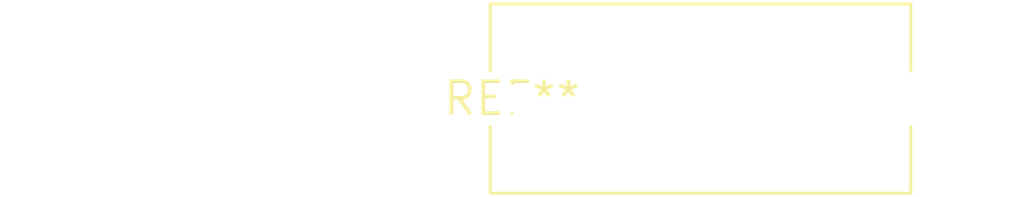
<source format=kicad_pcb>
(kicad_pcb (version 20240108) (generator pcbnew)
  (layers (0 "F.Cu" signal) (31 "B.Cu" signal) (34 "B.Paste" user) (35 "F.Paste" user) (36 "B.SilkS" user "B.Silkscreen") (37 "F.SilkS" user "F.Silkscreen") (38 "B.Mask" user) (39 "F.Mask" user) (44 "Edge.Cuts" user))
  (net 0 "")
  (footprint "C_Rect_L16.5mm_W7.3mm_P15.00mm_MKT" (layer "F.Cu") (at 0 0)
    (property "Reference" "REF**")
    (property "Value" "C_Rect_L16.5mm_W7.3mm_P15.00mm_MKT")
    (fp_line (start -0.87 -3.77) (end -0.87 -1.104) (layer "F.SilkS") (stroke (width 0.12)))
    (fp_line (start -0.87 -3.77) (end 15.87 -3.77) (layer "F.SilkS") (stroke (width 0.12)))
    (fp_line (start -0.87 1.104) (end -0.87 3.77) (layer "F.SilkS") (stroke (width 0.12)))
    (fp_line (start -0.87 3.77) (end 15.87 3.77) (layer "F.SilkS") (stroke (width 0.12)))
    (fp_line (start 15.87 -3.77) (end 15.87 -1.104) (layer "F.SilkS") (stroke (width 0.12)))
    (fp_line (start 15.87 1.104) (end 15.87 3.77) (layer "F.SilkS") (stroke (width 0.12)))
    (pad "1" thru_hole circle (at 0 0) (size 2.2 2.2) (drill 1.1) (layers *.Cu *.Mask) (remove_unused_layers))
    (pad "2" thru_hole circle (at 15 0) (size 2.2 2.2) (drill 1.1) (layers *.Cu *.Mask) (remove_unused_layers))
  )
)
</source>
